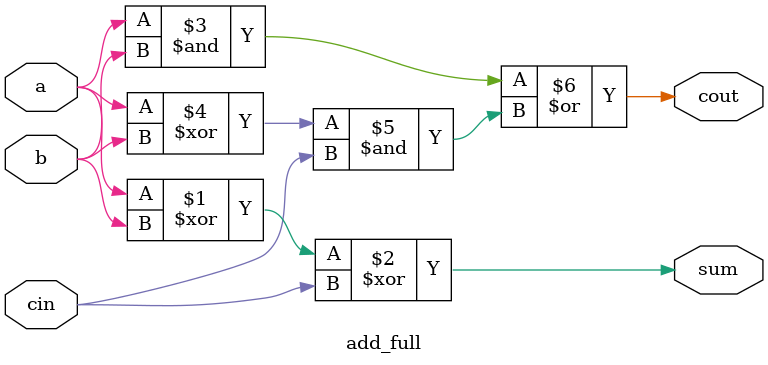
<source format=v>
`timescale 1ns / 1ps


module add_full(
    input a,
    input b,
    input cin,
    output sum,
    output cout
    );
    assign sum = a^b^cin;
    assign cout = (a&b) | ((a^b)&cin);
endmodule

</source>
